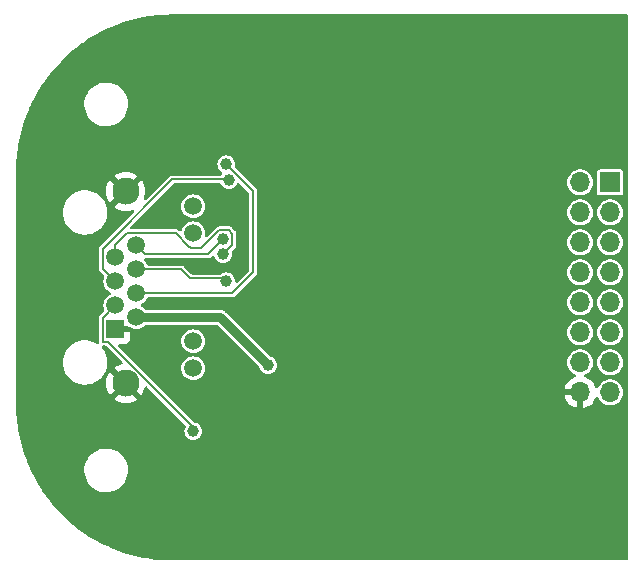
<source format=gbr>
G04 #@! TF.GenerationSoftware,KiCad,Pcbnew,7.0.2-6a45011f42~172~ubuntu22.04.1*
G04 #@! TF.CreationDate,2023-06-19T14:24:24-04:00*
G04 #@! TF.ProjectId,differential_encoder_encoder,64696666-6572-4656-9e74-69616c5f656e,rev?*
G04 #@! TF.SameCoordinates,Original*
G04 #@! TF.FileFunction,Copper,L2,Bot*
G04 #@! TF.FilePolarity,Positive*
%FSLAX46Y46*%
G04 Gerber Fmt 4.6, Leading zero omitted, Abs format (unit mm)*
G04 Created by KiCad (PCBNEW 7.0.2-6a45011f42~172~ubuntu22.04.1) date 2023-06-19 14:24:24*
%MOMM*%
%LPD*%
G01*
G04 APERTURE LIST*
G04 #@! TA.AperFunction,ComponentPad*
%ADD10R,1.500000X1.500000*%
G04 #@! TD*
G04 #@! TA.AperFunction,ComponentPad*
%ADD11C,1.500000*%
G04 #@! TD*
G04 #@! TA.AperFunction,ComponentPad*
%ADD12C,2.300000*%
G04 #@! TD*
G04 #@! TA.AperFunction,ComponentPad*
%ADD13R,1.700000X1.700000*%
G04 #@! TD*
G04 #@! TA.AperFunction,ComponentPad*
%ADD14O,1.700000X1.700000*%
G04 #@! TD*
G04 #@! TA.AperFunction,ViaPad*
%ADD15C,1.000000*%
G04 #@! TD*
G04 #@! TA.AperFunction,Conductor*
%ADD16C,0.762000*%
G04 #@! TD*
G04 #@! TA.AperFunction,Conductor*
%ADD17C,0.152000*%
G04 #@! TD*
G04 APERTURE END LIST*
D10*
G04 #@! TO.P,J101,1*
G04 #@! TO.N,GND*
X150112000Y-69342000D03*
D11*
G04 #@! TO.P,J101,2*
G04 #@! TO.N,+5V*
X151892000Y-68326000D03*
G04 #@! TO.P,J101,3*
G04 #@! TO.N,i+*
X150112000Y-67310000D03*
G04 #@! TO.P,J101,4*
G04 #@! TO.N,b+*
X151892000Y-66294000D03*
G04 #@! TO.P,J101,5*
G04 #@! TO.N,b-*
X150112000Y-65278000D03*
G04 #@! TO.P,J101,6*
G04 #@! TO.N,i-*
X151892000Y-64262000D03*
G04 #@! TO.P,J101,7*
G04 #@! TO.N,a+*
X150112000Y-63246000D03*
G04 #@! TO.P,J101,8*
G04 #@! TO.N,a-*
X151892000Y-62230000D03*
G04 #@! TO.P,J101,9*
G04 #@! TO.N,I*
X156712000Y-72642000D03*
G04 #@! TO.P,J101,10*
G04 #@! TO.N,Net-(J101-Pad10)*
X156712000Y-70352000D03*
G04 #@! TO.P,J101,11*
G04 #@! TO.N,A*
X156712000Y-61212000D03*
G04 #@! TO.P,J101,12*
G04 #@! TO.N,Net-(J101-Pad12)*
X156712000Y-58922000D03*
D12*
G04 #@! TO.P,J101,SH*
G04 #@! TO.N,GND*
X151002000Y-73912000D03*
X151002000Y-57652000D03*
G04 #@! TD*
D13*
G04 #@! TO.P,J102,1,Pin_1*
G04 #@! TO.N,B*
X192024000Y-56896000D03*
D14*
G04 #@! TO.P,J102,2,Pin_2*
G04 #@! TO.N,+5V*
X189484000Y-56896000D03*
G04 #@! TO.P,J102,3,Pin_3*
G04 #@! TO.N,A*
X192024000Y-59436000D03*
G04 #@! TO.P,J102,4,Pin_4*
G04 #@! TO.N,unconnected-(J102-Pin_4-Pad4)*
X189484000Y-59436000D03*
G04 #@! TO.P,J102,5,Pin_5*
G04 #@! TO.N,I*
X192024000Y-61976000D03*
G04 #@! TO.P,J102,6,Pin_6*
G04 #@! TO.N,unconnected-(J102-Pin_6-Pad6)*
X189484000Y-61976000D03*
G04 #@! TO.P,J102,7,Pin_7*
G04 #@! TO.N,test*
X192024000Y-64516000D03*
G04 #@! TO.P,J102,8,Pin_8*
G04 #@! TO.N,csn*
X189484000Y-64516000D03*
G04 #@! TO.P,J102,9,Pin_9*
G04 #@! TO.N,unconnected-(J102-Pin_9-Pad9)*
X192024000Y-67056000D03*
G04 #@! TO.P,J102,10,Pin_10*
G04 #@! TO.N,clk*
X189484000Y-67056000D03*
G04 #@! TO.P,J102,11,Pin_11*
G04 #@! TO.N,W*
X192024000Y-69596000D03*
G04 #@! TO.P,J102,12,Pin_12*
G04 #@! TO.N,mosi*
X189484000Y-69596000D03*
G04 #@! TO.P,J102,13,Pin_13*
G04 #@! TO.N,v*
X192024000Y-72136000D03*
G04 #@! TO.P,J102,14,Pin_14*
G04 #@! TO.N,miso*
X189484000Y-72136000D03*
G04 #@! TO.P,J102,15,Pin_15*
G04 #@! TO.N,u*
X192024000Y-74676000D03*
G04 #@! TO.P,J102,16,Pin_16*
G04 #@! TO.N,GND*
X189484000Y-74676000D03*
G04 #@! TD*
D15*
G04 #@! TO.N,+5V*
X163068000Y-72390000D03*
G04 #@! TO.N,GND*
X171196000Y-56642000D03*
X158877000Y-76708000D03*
X167386000Y-75946000D03*
X189484000Y-77978000D03*
X162941000Y-64897000D03*
X152527000Y-70739000D03*
X165862000Y-61722000D03*
X170942000Y-71628000D03*
X167894000Y-46482000D03*
X171196000Y-86360000D03*
X160909000Y-63373000D03*
X152781000Y-60325000D03*
G04 #@! TO.N,i+*
X156718000Y-77978000D03*
G04 #@! TO.N,b+*
X159512000Y-55372000D03*
G04 #@! TO.N,b-*
X159726389Y-56683113D03*
G04 #@! TO.N,i-*
X159512000Y-65278000D03*
G04 #@! TO.N,a+*
X159258000Y-62992000D03*
G04 #@! TO.N,a-*
X159258000Y-61722000D03*
G04 #@! TD*
D16*
G04 #@! TO.N,+5V*
X159004000Y-68326000D02*
X163068000Y-72390000D01*
X151892000Y-68326000D02*
X159004000Y-68326000D01*
D17*
G04 #@! TO.N,i+*
X156718000Y-77611331D02*
X156718000Y-77978000D01*
X149086000Y-68336000D02*
X149086000Y-70368000D01*
X149474668Y-70368000D02*
X156718000Y-77611331D01*
X149086000Y-70368000D02*
X149474668Y-70368000D01*
X150112000Y-67310000D02*
X149086000Y-68336000D01*
G04 #@! TO.N,b+*
X161798000Y-57658000D02*
X160020000Y-55880000D01*
X160020000Y-66294000D02*
X161798000Y-64516000D01*
X160020000Y-55880000D02*
X159512000Y-55372000D01*
X151892000Y-66294000D02*
X160020000Y-66294000D01*
X160020000Y-55880000D02*
X159766000Y-55626000D01*
X161798000Y-64516000D02*
X161798000Y-57658000D01*
G04 #@! TO.N,b-*
X149086000Y-62496000D02*
X154940000Y-56642000D01*
X159685276Y-56642000D02*
X159726389Y-56683113D01*
X149086000Y-64252000D02*
X149086000Y-62496000D01*
X154940000Y-56642000D02*
X158496000Y-56642000D01*
X150112000Y-65278000D02*
X149086000Y-64252000D01*
X158496000Y-56642000D02*
X159685276Y-56642000D01*
X158496000Y-56642000D02*
X159766000Y-56642000D01*
G04 #@! TO.N,i-*
X156464000Y-65024000D02*
X159258000Y-65024000D01*
X159258000Y-65024000D02*
X159512000Y-65278000D01*
X155702000Y-64262000D02*
X156464000Y-65024000D01*
X151892000Y-64262000D02*
X155702000Y-64262000D01*
G04 #@! TO.N,a+*
X160034000Y-61228000D02*
X160034000Y-62216000D01*
X157398570Y-62484000D02*
X158936570Y-60946000D01*
X155253016Y-61204000D02*
X156287016Y-62238000D01*
X156287016Y-62238000D02*
X156533016Y-62484000D01*
X159752000Y-60946000D02*
X160034000Y-61228000D01*
X150112000Y-62185340D02*
X151093340Y-61204000D01*
X150112000Y-63246000D02*
X150112000Y-62185340D01*
X160034000Y-62216000D02*
X159258000Y-62992000D01*
X158936570Y-60946000D02*
X159752000Y-60946000D01*
X151093340Y-61204000D02*
X155253016Y-61204000D01*
X156533016Y-62484000D02*
X157398570Y-62484000D01*
G04 #@! TO.N,a-*
X151892000Y-62230000D02*
X152642000Y-62980000D01*
X151892000Y-62230000D02*
X152400000Y-62738000D01*
X152642000Y-62980000D02*
X158000000Y-62980000D01*
X158000000Y-62980000D02*
X159258000Y-61722000D01*
G04 #@! TD*
G04 #@! TA.AperFunction,Conductor*
G04 #@! TO.N,GND*
G36*
X160590726Y-56926271D02*
G01*
X160621215Y-56948613D01*
X161431182Y-57758580D01*
X161464666Y-57819901D01*
X161467500Y-57846259D01*
X161467500Y-64327739D01*
X161447815Y-64394778D01*
X161431181Y-64415420D01*
X160483454Y-65363146D01*
X160422131Y-65396631D01*
X160352439Y-65391647D01*
X160296506Y-65349775D01*
X160272553Y-65289349D01*
X160252237Y-65109048D01*
X160252237Y-65109046D01*
X160196082Y-64948563D01*
X160105624Y-64804600D01*
X160105623Y-64804599D01*
X160105622Y-64804597D01*
X159985402Y-64684377D01*
X159841437Y-64593918D01*
X159808412Y-64582362D01*
X159680954Y-64537763D01*
X159680953Y-64537762D01*
X159680951Y-64537762D01*
X159512000Y-64518725D01*
X159343048Y-64537762D01*
X159182562Y-64593918D01*
X159054327Y-64674494D01*
X158988355Y-64693500D01*
X156652260Y-64693500D01*
X156585221Y-64673815D01*
X156564579Y-64657181D01*
X155949724Y-64042326D01*
X155942415Y-64034350D01*
X155917718Y-64004917D01*
X155884435Y-63985701D01*
X155875313Y-63979889D01*
X155843061Y-63957306D01*
X155817710Y-63946805D01*
X155816781Y-63946641D01*
X155778932Y-63939967D01*
X155768373Y-63937626D01*
X155731248Y-63927678D01*
X155692973Y-63931028D01*
X155682164Y-63931500D01*
X152928656Y-63931500D01*
X152861617Y-63911815D01*
X152819298Y-63865953D01*
X152767323Y-63768715D01*
X152731252Y-63701230D01*
X152605725Y-63548275D01*
X152583884Y-63530351D01*
X152544552Y-63472608D01*
X152542681Y-63402763D01*
X152578868Y-63342995D01*
X152641624Y-63312279D01*
X152662551Y-63310500D01*
X157980164Y-63310500D01*
X157990972Y-63310972D01*
X157993210Y-63311167D01*
X158029249Y-63314321D01*
X158066381Y-63304370D01*
X158076928Y-63302033D01*
X158086926Y-63300269D01*
X158114781Y-63295359D01*
X158114782Y-63295358D01*
X158115708Y-63295195D01*
X158141057Y-63284695D01*
X158141827Y-63284155D01*
X158141830Y-63284155D01*
X158173327Y-63262099D01*
X158182418Y-63256307D01*
X158215718Y-63237083D01*
X158240427Y-63207634D01*
X158247714Y-63199682D01*
X158318260Y-63129136D01*
X158379581Y-63095653D01*
X158449273Y-63100637D01*
X158505206Y-63142509D01*
X158522979Y-63175862D01*
X158547522Y-63246000D01*
X158573918Y-63321437D01*
X158664377Y-63465402D01*
X158784597Y-63585622D01*
X158784599Y-63585623D01*
X158784600Y-63585624D01*
X158928563Y-63676082D01*
X159089046Y-63732237D01*
X159258000Y-63751274D01*
X159426954Y-63732237D01*
X159587437Y-63676082D01*
X159731400Y-63585624D01*
X159851624Y-63465400D01*
X159942082Y-63321437D01*
X159998237Y-63160954D01*
X160017274Y-62992000D01*
X159998237Y-62823046D01*
X159997041Y-62819630D01*
X159993479Y-62749853D01*
X160026400Y-62690996D01*
X160253682Y-62463714D01*
X160261634Y-62456427D01*
X160291083Y-62431718D01*
X160310307Y-62398418D01*
X160316099Y-62389327D01*
X160338155Y-62357830D01*
X160338155Y-62357827D01*
X160338695Y-62357057D01*
X160349195Y-62331708D01*
X160349358Y-62330782D01*
X160349359Y-62330781D01*
X160356033Y-62292928D01*
X160358370Y-62282381D01*
X160368321Y-62245249D01*
X160364972Y-62206969D01*
X160364500Y-62196161D01*
X160364500Y-61247833D01*
X160364972Y-61237024D01*
X160368321Y-61198749D01*
X160358372Y-61161621D01*
X160356036Y-61151087D01*
X160349359Y-61113219D01*
X160349356Y-61113214D01*
X160349193Y-61112287D01*
X160338696Y-61086944D01*
X160338155Y-61086172D01*
X160338155Y-61086170D01*
X160316107Y-61054683D01*
X160310296Y-61045560D01*
X160291083Y-61012281D01*
X160261648Y-60987583D01*
X160253673Y-60980275D01*
X159999724Y-60726326D01*
X159992415Y-60718350D01*
X159967718Y-60688917D01*
X159934435Y-60669701D01*
X159925313Y-60663889D01*
X159893061Y-60641306D01*
X159867710Y-60630805D01*
X159866781Y-60630641D01*
X159828932Y-60623967D01*
X159818373Y-60621626D01*
X159781248Y-60611678D01*
X159742973Y-60615028D01*
X159732164Y-60615500D01*
X158956396Y-60615500D01*
X158945589Y-60615028D01*
X158942365Y-60614746D01*
X158907318Y-60611679D01*
X158870206Y-60621623D01*
X158859650Y-60623964D01*
X158820868Y-60630803D01*
X158795505Y-60641308D01*
X158763258Y-60663888D01*
X158754136Y-60669699D01*
X158720851Y-60688916D01*
X158696148Y-60718356D01*
X158688841Y-60726330D01*
X157913773Y-61501398D01*
X157852450Y-61534883D01*
X157782758Y-61529899D01*
X157726825Y-61488027D01*
X157702408Y-61422563D01*
X157702689Y-61401563D01*
X157721360Y-61212000D01*
X157701965Y-61015084D01*
X157644527Y-60825735D01*
X157551252Y-60651230D01*
X157425725Y-60498275D01*
X157272770Y-60372748D01*
X157272769Y-60372747D01*
X157098267Y-60279474D01*
X157098266Y-60279473D01*
X157098265Y-60279473D01*
X157003590Y-60250753D01*
X156908914Y-60222034D01*
X156712000Y-60202640D01*
X156515085Y-60222034D01*
X156325732Y-60279474D01*
X156151230Y-60372747D01*
X155998275Y-60498275D01*
X155872747Y-60651230D01*
X155779472Y-60825735D01*
X155737742Y-60963302D01*
X155699445Y-61021740D01*
X155635632Y-61050197D01*
X155566566Y-61039636D01*
X155531401Y-61014987D01*
X155500740Y-60984326D01*
X155493431Y-60976350D01*
X155468734Y-60946917D01*
X155435451Y-60927701D01*
X155426329Y-60921889D01*
X155394077Y-60899306D01*
X155368726Y-60888805D01*
X155367797Y-60888641D01*
X155329948Y-60881967D01*
X155319389Y-60879626D01*
X155282264Y-60869678D01*
X155243989Y-60873028D01*
X155233180Y-60873500D01*
X151475260Y-60873500D01*
X151408221Y-60853815D01*
X151362466Y-60801011D01*
X151352522Y-60731853D01*
X151381547Y-60668297D01*
X151387579Y-60661819D01*
X153127399Y-58921999D01*
X155702640Y-58921999D01*
X155722034Y-59118914D01*
X155744201Y-59191987D01*
X155754547Y-59226096D01*
X155779474Y-59308267D01*
X155808900Y-59363320D01*
X155872748Y-59482770D01*
X155998275Y-59635725D01*
X156151230Y-59761252D01*
X156325735Y-59854527D01*
X156515084Y-59911965D01*
X156712000Y-59931360D01*
X156908916Y-59911965D01*
X157098265Y-59854527D01*
X157272770Y-59761252D01*
X157425725Y-59635725D01*
X157551252Y-59482770D01*
X157644527Y-59308265D01*
X157701965Y-59118916D01*
X157721360Y-58922000D01*
X157701965Y-58725084D01*
X157644527Y-58535735D01*
X157551252Y-58361230D01*
X157425725Y-58208275D01*
X157272770Y-58082748D01*
X157272769Y-58082747D01*
X157098267Y-57989474D01*
X157098266Y-57989473D01*
X157098265Y-57989473D01*
X157003590Y-57960753D01*
X156908914Y-57932034D01*
X156712000Y-57912640D01*
X156515085Y-57932034D01*
X156325732Y-57989474D01*
X156151230Y-58082747D01*
X155998275Y-58208275D01*
X155872747Y-58361230D01*
X155779474Y-58535732D01*
X155722034Y-58725085D01*
X155702640Y-58921999D01*
X153127399Y-58921999D01*
X155040579Y-57008819D01*
X155101902Y-56975334D01*
X155128260Y-56972500D01*
X158467088Y-56972500D01*
X158948610Y-56972500D01*
X159015649Y-56992185D01*
X159053604Y-57030529D01*
X159132764Y-57156513D01*
X159252986Y-57276735D01*
X159252988Y-57276736D01*
X159252989Y-57276737D01*
X159396952Y-57367195D01*
X159557435Y-57423350D01*
X159670071Y-57436041D01*
X159726388Y-57442387D01*
X159726388Y-57442386D01*
X159726389Y-57442387D01*
X159895343Y-57423350D01*
X160055826Y-57367195D01*
X160199789Y-57276737D01*
X160320013Y-57156513D01*
X160410471Y-57012550D01*
X160416492Y-56995341D01*
X160457212Y-56938565D01*
X160522164Y-56912816D01*
X160590726Y-56926271D01*
G37*
G04 #@! TD.AperFunction*
G04 #@! TA.AperFunction,Conductor*
G36*
X193490539Y-42692185D02*
G01*
X193536294Y-42744989D01*
X193547500Y-42796500D01*
X193547500Y-88775500D01*
X193527815Y-88842539D01*
X193475011Y-88888294D01*
X193423500Y-88899500D01*
X154941642Y-88899500D01*
X154938396Y-88899458D01*
X154387177Y-88885024D01*
X154249532Y-88881295D01*
X154243161Y-88880958D01*
X153819323Y-88847601D01*
X153548403Y-88825540D01*
X153542282Y-88824888D01*
X153147089Y-88772861D01*
X152851268Y-88732556D01*
X152845412Y-88731615D01*
X152464526Y-88661022D01*
X152160086Y-88602605D01*
X152154507Y-88601401D01*
X151783851Y-88512414D01*
X151476801Y-88436053D01*
X151471511Y-88434613D01*
X151109708Y-88327443D01*
X150803402Y-88233392D01*
X150798409Y-88231743D01*
X150445044Y-88106610D01*
X150141761Y-87995190D01*
X150137072Y-87993358D01*
X149792398Y-87850589D01*
X149493739Y-87722115D01*
X149489360Y-87720130D01*
X149153852Y-87560101D01*
X148861174Y-87414946D01*
X148857139Y-87412851D01*
X148531247Y-87235906D01*
X148245970Y-87074617D01*
X148242214Y-87072405D01*
X147926566Y-86878976D01*
X147822354Y-86812365D01*
X147649715Y-86702016D01*
X147646289Y-86699745D01*
X147572401Y-86648963D01*
X147342580Y-86491011D01*
X147340533Y-86489573D01*
X147251160Y-86425376D01*
X147074200Y-86298265D01*
X147071055Y-86295930D01*
X146779028Y-86071850D01*
X146776827Y-86070121D01*
X146690521Y-86000746D01*
X146520982Y-85864467D01*
X146518200Y-85862162D01*
X146370691Y-85736178D01*
X146238467Y-85623247D01*
X146236193Y-85621257D01*
X145991702Y-85401914D01*
X145989152Y-85399561D01*
X145722423Y-85146446D01*
X145720098Y-85144180D01*
X145487818Y-84911900D01*
X145485552Y-84909575D01*
X145232437Y-84642846D01*
X145230084Y-84640296D01*
X145010741Y-84395805D01*
X145008751Y-84393531D01*
X144939671Y-84312650D01*
X144769825Y-84113785D01*
X144767543Y-84111031D01*
X144561876Y-83855170D01*
X144560148Y-83852970D01*
X144336068Y-83560943D01*
X144333733Y-83557798D01*
X144281292Y-83484791D01*
X144142399Y-83291427D01*
X144141013Y-83289456D01*
X143932249Y-82985703D01*
X143929968Y-82982261D01*
X143915747Y-82960013D01*
X143753035Y-82705453D01*
X143559593Y-82389783D01*
X143557382Y-82386028D01*
X143510904Y-82303822D01*
X143396097Y-82100759D01*
X143219133Y-81774831D01*
X143217052Y-81770824D01*
X143071905Y-81478163D01*
X143009708Y-81347764D01*
X147497787Y-81347764D01*
X147527413Y-81617016D01*
X147595928Y-81879087D01*
X147701871Y-82128392D01*
X147842982Y-82359611D01*
X147932253Y-82466881D01*
X148016255Y-82567820D01*
X148217998Y-82748582D01*
X148443910Y-82898044D01*
X148550211Y-82947876D01*
X148689177Y-83013021D01*
X148948562Y-83091058D01*
X148948569Y-83091060D01*
X149216561Y-83130500D01*
X149216564Y-83130500D01*
X149417369Y-83130500D01*
X149419631Y-83130500D01*
X149622156Y-83115677D01*
X149886553Y-83056780D01*
X150139558Y-82960014D01*
X150375777Y-82827441D01*
X150590177Y-82661888D01*
X150778186Y-82466881D01*
X150935799Y-82246579D01*
X151059656Y-82005675D01*
X151147118Y-81749305D01*
X151196319Y-81482933D01*
X151206212Y-81212235D01*
X151176586Y-80942982D01*
X151108072Y-80680912D01*
X151002130Y-80431610D01*
X150861018Y-80200390D01*
X150861017Y-80200388D01*
X150687746Y-79992181D01*
X150582759Y-79898112D01*
X150486002Y-79811418D01*
X150260090Y-79661956D01*
X150260086Y-79661954D01*
X150014822Y-79546978D01*
X149755437Y-79468941D01*
X149755431Y-79468940D01*
X149487439Y-79429500D01*
X149284369Y-79429500D01*
X149282120Y-79429664D01*
X149282109Y-79429665D01*
X149081843Y-79444322D01*
X148817449Y-79503219D01*
X148564441Y-79599986D01*
X148328223Y-79732559D01*
X148113825Y-79898109D01*
X147925813Y-80093120D01*
X147768201Y-80313420D01*
X147644342Y-80554329D01*
X147556881Y-80810695D01*
X147507680Y-81077066D01*
X147497787Y-81347764D01*
X143009708Y-81347764D01*
X142911853Y-81142605D01*
X142909894Y-81138284D01*
X142781410Y-80839601D01*
X142743636Y-80748407D01*
X142638620Y-80494876D01*
X142636831Y-80490296D01*
X142525380Y-80186930D01*
X142492160Y-80093120D01*
X142400256Y-79833590D01*
X142398615Y-79828625D01*
X142304576Y-79522359D01*
X142197384Y-79160483D01*
X142195951Y-79155224D01*
X142119605Y-78848231D01*
X142030594Y-78477475D01*
X142029399Y-78471938D01*
X141970980Y-78167487D01*
X141900375Y-77786540D01*
X141899450Y-77780783D01*
X141859161Y-77485078D01*
X141807106Y-77089686D01*
X141806461Y-77083627D01*
X141784416Y-76812906D01*
X141751036Y-76388778D01*
X141750706Y-76382524D01*
X141746977Y-76244892D01*
X141732541Y-75693603D01*
X141732500Y-75690358D01*
X141732500Y-72200678D01*
X145692737Y-72200678D01*
X145722763Y-72473569D01*
X145745085Y-72558951D01*
X145792204Y-72739182D01*
X145874293Y-72932354D01*
X145899577Y-72991852D01*
X146042025Y-73225263D01*
X146042595Y-73226196D01*
X146218209Y-73437218D01*
X146422677Y-73620423D01*
X146651641Y-73771904D01*
X146900221Y-73888433D01*
X147163119Y-73967527D01*
X147434731Y-74007500D01*
X147434734Y-74007500D01*
X147638285Y-74007500D01*
X147640547Y-74007500D01*
X147845805Y-73992477D01*
X148113775Y-73932784D01*
X148370198Y-73834711D01*
X148609609Y-73700347D01*
X148826904Y-73532557D01*
X149017454Y-73334916D01*
X149177196Y-73111637D01*
X149302727Y-72867479D01*
X149391370Y-72607646D01*
X149400365Y-72558951D01*
X149441236Y-72337674D01*
X149451262Y-72063321D01*
X149450959Y-72060562D01*
X149421236Y-71790429D01*
X149351796Y-71524818D01*
X149244423Y-71272148D01*
X149101405Y-71037804D01*
X148988237Y-70901819D01*
X148960485Y-70837698D01*
X148971804Y-70768752D01*
X149018602Y-70716870D01*
X149083550Y-70698500D01*
X149286408Y-70698500D01*
X149353447Y-70718185D01*
X149374089Y-70734819D01*
X150726397Y-72087127D01*
X150759882Y-72148450D01*
X150754898Y-72218142D01*
X150713026Y-72274075D01*
X150667663Y-72295382D01*
X150490544Y-72337903D01*
X150250597Y-72437294D01*
X150029156Y-72572992D01*
X150022354Y-72578801D01*
X150649770Y-73206217D01*
X150509464Y-73294379D01*
X150384379Y-73419464D01*
X150296217Y-73559770D01*
X149668801Y-72932354D01*
X149662992Y-72939156D01*
X149527294Y-73160597D01*
X149427903Y-73400544D01*
X149367275Y-73653083D01*
X149346898Y-73911999D01*
X149367275Y-74170916D01*
X149427903Y-74423455D01*
X149527294Y-74663402D01*
X149662993Y-74884843D01*
X149668801Y-74891644D01*
X150296217Y-74264228D01*
X150384379Y-74404536D01*
X150509464Y-74529621D01*
X150649770Y-74617782D01*
X150022354Y-75245198D01*
X150029155Y-75251006D01*
X150250597Y-75386705D01*
X150490544Y-75486096D01*
X150743083Y-75546724D01*
X151002000Y-75567101D01*
X151260916Y-75546724D01*
X151513455Y-75486096D01*
X151753397Y-75386707D01*
X151974849Y-75251003D01*
X151981645Y-75245198D01*
X151354229Y-74617782D01*
X151494536Y-74529621D01*
X151619621Y-74404536D01*
X151707782Y-74264229D01*
X152335198Y-74891645D01*
X152341003Y-74884849D01*
X152476707Y-74663397D01*
X152576096Y-74423454D01*
X152618617Y-74246337D01*
X152653407Y-74185745D01*
X152715433Y-74153580D01*
X152785002Y-74160056D01*
X152826872Y-74187602D01*
X156061975Y-77422704D01*
X156095460Y-77484027D01*
X156090476Y-77553719D01*
X156079288Y-77576357D01*
X156033918Y-77648562D01*
X155977762Y-77809048D01*
X155958725Y-77977999D01*
X155977762Y-78146951D01*
X156033918Y-78307437D01*
X156124377Y-78451402D01*
X156244597Y-78571622D01*
X156244599Y-78571623D01*
X156244600Y-78571624D01*
X156388563Y-78662082D01*
X156549046Y-78718237D01*
X156718000Y-78737274D01*
X156886954Y-78718237D01*
X157047437Y-78662082D01*
X157191400Y-78571624D01*
X157311624Y-78451400D01*
X157402082Y-78307437D01*
X157458237Y-78146954D01*
X157477274Y-77978000D01*
X157458237Y-77809046D01*
X157402082Y-77648563D01*
X157311624Y-77504600D01*
X157311623Y-77504599D01*
X157311622Y-77504597D01*
X157191402Y-77384377D01*
X157047437Y-77293918D01*
X156886951Y-77237762D01*
X156845405Y-77233081D01*
X156780992Y-77206014D01*
X156771609Y-77197542D01*
X154500067Y-74926000D01*
X188153364Y-74926000D01*
X188210569Y-75139492D01*
X188310399Y-75353576D01*
X188445893Y-75547081D01*
X188612918Y-75714106D01*
X188806423Y-75849600D01*
X189020509Y-75949430D01*
X189234000Y-76006634D01*
X189234000Y-75111501D01*
X189341685Y-75160680D01*
X189448237Y-75176000D01*
X189519763Y-75176000D01*
X189626315Y-75160680D01*
X189734000Y-75111501D01*
X189734000Y-76006633D01*
X189947490Y-75949430D01*
X190161576Y-75849600D01*
X190355081Y-75714106D01*
X190522106Y-75547081D01*
X190657600Y-75353576D01*
X190757431Y-75139490D01*
X190764844Y-75111825D01*
X190801208Y-75052164D01*
X190864055Y-75021634D01*
X190933430Y-75029928D01*
X190987309Y-75074413D01*
X190995619Y-75088645D01*
X191080911Y-75259934D01*
X191204268Y-75423286D01*
X191355535Y-75561184D01*
X191355537Y-75561185D01*
X191355538Y-75561186D01*
X191529573Y-75668944D01*
X191720444Y-75742888D01*
X191921653Y-75780500D01*
X191921655Y-75780500D01*
X192126345Y-75780500D01*
X192126347Y-75780500D01*
X192327556Y-75742888D01*
X192518427Y-75668944D01*
X192692462Y-75561186D01*
X192843732Y-75423285D01*
X192967088Y-75259935D01*
X193058328Y-75076701D01*
X193058979Y-75074413D01*
X193114345Y-74879823D01*
X193126570Y-74747889D01*
X193133232Y-74676000D01*
X193114345Y-74472179D01*
X193114345Y-74472176D01*
X193058329Y-74275300D01*
X192967088Y-74092065D01*
X192843731Y-73928713D01*
X192692464Y-73790815D01*
X192518427Y-73683056D01*
X192436610Y-73651360D01*
X192327556Y-73609112D01*
X192126347Y-73571500D01*
X191921653Y-73571500D01*
X191720443Y-73609111D01*
X191720444Y-73609112D01*
X191529572Y-73683056D01*
X191355535Y-73790815D01*
X191204268Y-73928713D01*
X191080911Y-74092065D01*
X190995619Y-74263354D01*
X190948116Y-74314591D01*
X190880453Y-74332012D01*
X190814113Y-74310086D01*
X190770158Y-74255775D01*
X190764844Y-74240175D01*
X190757430Y-74212508D01*
X190657599Y-73998421D01*
X190522109Y-73804921D01*
X190355081Y-73637893D01*
X190161576Y-73502399D01*
X189947488Y-73402567D01*
X189914959Y-73393851D01*
X189855299Y-73357486D01*
X189824771Y-73294639D01*
X189833066Y-73225263D01*
X189877552Y-73171386D01*
X189902254Y-73158453D01*
X189978427Y-73128944D01*
X190152462Y-73021186D01*
X190303732Y-72883285D01*
X190427088Y-72719935D01*
X190518328Y-72536701D01*
X190544395Y-72445085D01*
X190574345Y-72339823D01*
X190580437Y-72274075D01*
X190593232Y-72136000D01*
X190914768Y-72136000D01*
X190933654Y-72339823D01*
X190989670Y-72536699D01*
X191080911Y-72719934D01*
X191204268Y-72883286D01*
X191355535Y-73021184D01*
X191355537Y-73021185D01*
X191355538Y-73021186D01*
X191529573Y-73128944D01*
X191720444Y-73202888D01*
X191921653Y-73240500D01*
X191921655Y-73240500D01*
X192126345Y-73240500D01*
X192126347Y-73240500D01*
X192327556Y-73202888D01*
X192518427Y-73128944D01*
X192692462Y-73021186D01*
X192843732Y-72883285D01*
X192967088Y-72719935D01*
X193058328Y-72536701D01*
X193084395Y-72445085D01*
X193114345Y-72339823D01*
X193120437Y-72274075D01*
X193133232Y-72136000D01*
X193114345Y-71932179D01*
X193114345Y-71932176D01*
X193058329Y-71735300D01*
X192967088Y-71552065D01*
X192843731Y-71388713D01*
X192692464Y-71250815D01*
X192518427Y-71143056D01*
X192518426Y-71143056D01*
X192327556Y-71069112D01*
X192126347Y-71031500D01*
X191921653Y-71031500D01*
X191738563Y-71065725D01*
X191720444Y-71069112D01*
X191529572Y-71143056D01*
X191355535Y-71250815D01*
X191204268Y-71388713D01*
X191080911Y-71552065D01*
X190989670Y-71735300D01*
X190933654Y-71932176D01*
X190914768Y-72136000D01*
X190593232Y-72136000D01*
X190574345Y-71932179D01*
X190574345Y-71932176D01*
X190518329Y-71735300D01*
X190427088Y-71552065D01*
X190303731Y-71388713D01*
X190152464Y-71250815D01*
X189978427Y-71143056D01*
X189978426Y-71143056D01*
X189787556Y-71069112D01*
X189586347Y-71031500D01*
X189381653Y-71031500D01*
X189198563Y-71065725D01*
X189180444Y-71069112D01*
X188989572Y-71143056D01*
X188815535Y-71250815D01*
X188664268Y-71388713D01*
X188540911Y-71552065D01*
X188449670Y-71735300D01*
X188393654Y-71932176D01*
X188374768Y-72136000D01*
X188393654Y-72339823D01*
X188449670Y-72536699D01*
X188540911Y-72719934D01*
X188664268Y-72883286D01*
X188815535Y-73021184D01*
X188815537Y-73021185D01*
X188815538Y-73021186D01*
X188989573Y-73128944D01*
X189065739Y-73158451D01*
X189121140Y-73201023D01*
X189144731Y-73266789D01*
X189129020Y-73334870D01*
X189078996Y-73383649D01*
X189053041Y-73393851D01*
X189020510Y-73402568D01*
X188806421Y-73502400D01*
X188612921Y-73637890D01*
X188445890Y-73804921D01*
X188310400Y-73998421D01*
X188210569Y-74212507D01*
X188153364Y-74425999D01*
X188153364Y-74426000D01*
X189050314Y-74426000D01*
X189024507Y-74466156D01*
X188984000Y-74604111D01*
X188984000Y-74747889D01*
X189024507Y-74885844D01*
X189050314Y-74926000D01*
X188153364Y-74926000D01*
X154500067Y-74926000D01*
X153581401Y-74007334D01*
X152216067Y-72642000D01*
X155702640Y-72642000D01*
X155722034Y-72838914D01*
X155730699Y-72867478D01*
X155768427Y-72991852D01*
X155779474Y-73028267D01*
X155871408Y-73200264D01*
X155872748Y-73202770D01*
X155998275Y-73355725D01*
X156151230Y-73481252D01*
X156325735Y-73574527D01*
X156515084Y-73631965D01*
X156712000Y-73651360D01*
X156908916Y-73631965D01*
X157098265Y-73574527D01*
X157272770Y-73481252D01*
X157425725Y-73355725D01*
X157551252Y-73202770D01*
X157644527Y-73028265D01*
X157701965Y-72838916D01*
X157721360Y-72642000D01*
X157701965Y-72445084D01*
X157644527Y-72255735D01*
X157551252Y-72081230D01*
X157425725Y-71928275D01*
X157272770Y-71802748D01*
X157272769Y-71802747D01*
X157098267Y-71709474D01*
X157098266Y-71709473D01*
X157098265Y-71709473D01*
X157003590Y-71680753D01*
X156908914Y-71652034D01*
X156712000Y-71632640D01*
X156515085Y-71652034D01*
X156325732Y-71709474D01*
X156151230Y-71802747D01*
X155998275Y-71928275D01*
X155872747Y-72081230D01*
X155779474Y-72255732D01*
X155722034Y-72445085D01*
X155702640Y-72642000D01*
X152216067Y-72642000D01*
X150377746Y-70803680D01*
X150344262Y-70742358D01*
X150349246Y-70672666D01*
X150391118Y-70616733D01*
X150456582Y-70592316D01*
X150465428Y-70592000D01*
X150906518Y-70592000D01*
X150913132Y-70591645D01*
X150969371Y-70585599D01*
X151104089Y-70535352D01*
X151219188Y-70449188D01*
X151291944Y-70352000D01*
X155702640Y-70352000D01*
X155722034Y-70548914D01*
X155735104Y-70592000D01*
X155756607Y-70662887D01*
X155779474Y-70738267D01*
X155872747Y-70912769D01*
X155895256Y-70940196D01*
X155998275Y-71065725D01*
X156151230Y-71191252D01*
X156325735Y-71284527D01*
X156515084Y-71341965D01*
X156712000Y-71361360D01*
X156908916Y-71341965D01*
X157098265Y-71284527D01*
X157272770Y-71191252D01*
X157425725Y-71065725D01*
X157551252Y-70912770D01*
X157644527Y-70738265D01*
X157701965Y-70548916D01*
X157721360Y-70352000D01*
X157701965Y-70155084D01*
X157644527Y-69965735D01*
X157551252Y-69791230D01*
X157425725Y-69638275D01*
X157272770Y-69512748D01*
X157272769Y-69512747D01*
X157098267Y-69419474D01*
X157098266Y-69419473D01*
X157098265Y-69419473D01*
X157003590Y-69390753D01*
X156908914Y-69362034D01*
X156712000Y-69342640D01*
X156515085Y-69362034D01*
X156325732Y-69419474D01*
X156151230Y-69512747D01*
X155998275Y-69638275D01*
X155872747Y-69791230D01*
X155779474Y-69965732D01*
X155722034Y-70155085D01*
X155702640Y-70352000D01*
X151291944Y-70352000D01*
X151305352Y-70334089D01*
X151355599Y-70199371D01*
X151361645Y-70143132D01*
X151362000Y-70136518D01*
X151362000Y-69592000D01*
X150481503Y-69592000D01*
X150530917Y-69506413D01*
X150560768Y-69375630D01*
X150550743Y-69241860D01*
X150501734Y-69116987D01*
X150481807Y-69092000D01*
X151197604Y-69092000D01*
X151264643Y-69111685D01*
X151276268Y-69120146D01*
X151331230Y-69165252D01*
X151505735Y-69258527D01*
X151695084Y-69315965D01*
X151892000Y-69335360D01*
X152088916Y-69315965D01*
X152278265Y-69258527D01*
X152452770Y-69165252D01*
X152605725Y-69039725D01*
X152632717Y-69006834D01*
X152690462Y-68967501D01*
X152728570Y-68961500D01*
X158689406Y-68961500D01*
X158756445Y-68981185D01*
X158777087Y-68997819D01*
X162302121Y-72522854D01*
X162331480Y-72569579D01*
X162356822Y-72642000D01*
X162383918Y-72719437D01*
X162474377Y-72863402D01*
X162594597Y-72983622D01*
X162594599Y-72983623D01*
X162594600Y-72983624D01*
X162738563Y-73074082D01*
X162899046Y-73130237D01*
X163068000Y-73149274D01*
X163236954Y-73130237D01*
X163397437Y-73074082D01*
X163541400Y-72983624D01*
X163661624Y-72863400D01*
X163752082Y-72719437D01*
X163808237Y-72558954D01*
X163827274Y-72390000D01*
X163808237Y-72221046D01*
X163752082Y-72060563D01*
X163661624Y-71916600D01*
X163661623Y-71916599D01*
X163661622Y-71916597D01*
X163541402Y-71796377D01*
X163397434Y-71705916D01*
X163247577Y-71653479D01*
X163200851Y-71624119D01*
X161363732Y-69787000D01*
X161172732Y-69596000D01*
X188374768Y-69596000D01*
X188393654Y-69799823D01*
X188449670Y-69996699D01*
X188540911Y-70179934D01*
X188664268Y-70343286D01*
X188815535Y-70481184D01*
X188815537Y-70481185D01*
X188815538Y-70481186D01*
X188989573Y-70588944D01*
X189180444Y-70662888D01*
X189381653Y-70700500D01*
X189381655Y-70700500D01*
X189586345Y-70700500D01*
X189586347Y-70700500D01*
X189787556Y-70662888D01*
X189978427Y-70588944D01*
X190152462Y-70481186D01*
X190303732Y-70343285D01*
X190427088Y-70179935D01*
X190518328Y-69996701D01*
X190527139Y-69965735D01*
X190574345Y-69799823D01*
X190586199Y-69671892D01*
X190593232Y-69596000D01*
X190914768Y-69596000D01*
X190933654Y-69799823D01*
X190989670Y-69996699D01*
X191080911Y-70179934D01*
X191204268Y-70343286D01*
X191355535Y-70481184D01*
X191355537Y-70481185D01*
X191355538Y-70481186D01*
X191529573Y-70588944D01*
X191720444Y-70662888D01*
X191921653Y-70700500D01*
X191921655Y-70700500D01*
X192126345Y-70700500D01*
X192126347Y-70700500D01*
X192327556Y-70662888D01*
X192518427Y-70588944D01*
X192692462Y-70481186D01*
X192843732Y-70343285D01*
X192967088Y-70179935D01*
X193058328Y-69996701D01*
X193067139Y-69965735D01*
X193114345Y-69799823D01*
X193126199Y-69671892D01*
X193133232Y-69596000D01*
X193114345Y-69392179D01*
X193114345Y-69392176D01*
X193058329Y-69195300D01*
X192967088Y-69012065D01*
X192843731Y-68848713D01*
X192692464Y-68710815D01*
X192518427Y-68603056D01*
X192518426Y-68603056D01*
X192327556Y-68529112D01*
X192126347Y-68491500D01*
X191921653Y-68491500D01*
X191753590Y-68522916D01*
X191720444Y-68529112D01*
X191529572Y-68603056D01*
X191355535Y-68710815D01*
X191204268Y-68848713D01*
X191080911Y-69012065D01*
X190989670Y-69195300D01*
X190933654Y-69392176D01*
X190914768Y-69596000D01*
X190593232Y-69596000D01*
X190574345Y-69392179D01*
X190574345Y-69392176D01*
X190518329Y-69195300D01*
X190427088Y-69012065D01*
X190303731Y-68848713D01*
X190152464Y-68710815D01*
X189978427Y-68603056D01*
X189978426Y-68603056D01*
X189787556Y-68529112D01*
X189586347Y-68491500D01*
X189381653Y-68491500D01*
X189213590Y-68522916D01*
X189180444Y-68529112D01*
X188989572Y-68603056D01*
X188815535Y-68710815D01*
X188664268Y-68848713D01*
X188540911Y-69012065D01*
X188449670Y-69195300D01*
X188393654Y-69392176D01*
X188374768Y-69596000D01*
X161172732Y-69596000D01*
X159512658Y-67935925D01*
X159499576Y-67919596D01*
X159447717Y-67870898D01*
X159444920Y-67868187D01*
X159427853Y-67851120D01*
X159425094Y-67848361D01*
X159422018Y-67845975D01*
X159422009Y-67845967D01*
X159421802Y-67845807D01*
X159412916Y-67838218D01*
X159380508Y-67807784D01*
X159378650Y-67806762D01*
X159362531Y-67797901D01*
X159346274Y-67787222D01*
X159330067Y-67774650D01*
X159289254Y-67756988D01*
X159278769Y-67751852D01*
X159256910Y-67739835D01*
X159239800Y-67730429D01*
X159219942Y-67725331D01*
X159201534Y-67719029D01*
X159182708Y-67710882D01*
X159138788Y-67703926D01*
X159127350Y-67701558D01*
X159106735Y-67696265D01*
X159084282Y-67690500D01*
X159084281Y-67690500D01*
X159063774Y-67690500D01*
X159044375Y-67688973D01*
X159024122Y-67685765D01*
X159024121Y-67685765D01*
X158990185Y-67688973D01*
X158979849Y-67689950D01*
X158968180Y-67690500D01*
X152728570Y-67690500D01*
X152661531Y-67670815D01*
X152632717Y-67645165D01*
X152605724Y-67612274D01*
X152452769Y-67486747D01*
X152326692Y-67419358D01*
X152276848Y-67370396D01*
X152261387Y-67302258D01*
X152285218Y-67236579D01*
X152326692Y-67200642D01*
X152452770Y-67133252D01*
X152546902Y-67056000D01*
X188374768Y-67056000D01*
X188393654Y-67259823D01*
X188449670Y-67456699D01*
X188540911Y-67639934D01*
X188664268Y-67803286D01*
X188815535Y-67941184D01*
X188815537Y-67941185D01*
X188815538Y-67941186D01*
X188989573Y-68048944D01*
X189180444Y-68122888D01*
X189381653Y-68160500D01*
X189381655Y-68160500D01*
X189586345Y-68160500D01*
X189586347Y-68160500D01*
X189787556Y-68122888D01*
X189978427Y-68048944D01*
X190152462Y-67941186D01*
X190303732Y-67803285D01*
X190427088Y-67639935D01*
X190518328Y-67456701D01*
X190536318Y-67393473D01*
X190574345Y-67259823D01*
X190579829Y-67200642D01*
X190593232Y-67056000D01*
X190914768Y-67056000D01*
X190933654Y-67259823D01*
X190989670Y-67456699D01*
X191080911Y-67639934D01*
X191204268Y-67803286D01*
X191355535Y-67941184D01*
X191355537Y-67941185D01*
X191355538Y-67941186D01*
X191529573Y-68048944D01*
X191720444Y-68122888D01*
X191921653Y-68160500D01*
X191921655Y-68160500D01*
X192126345Y-68160500D01*
X192126347Y-68160500D01*
X192327556Y-68122888D01*
X192518427Y-68048944D01*
X192692462Y-67941186D01*
X192843732Y-67803285D01*
X192967088Y-67639935D01*
X193058328Y-67456701D01*
X193076318Y-67393473D01*
X193114345Y-67259823D01*
X193119829Y-67200642D01*
X193133232Y-67056000D01*
X193114345Y-66852179D01*
X193114345Y-66852176D01*
X193058329Y-66655300D01*
X192967088Y-66472065D01*
X192843731Y-66308713D01*
X192692464Y-66170815D01*
X192518427Y-66063056D01*
X192518426Y-66063056D01*
X192327556Y-65989112D01*
X192126347Y-65951500D01*
X191921653Y-65951500D01*
X191720444Y-65989111D01*
X191720444Y-65989112D01*
X191529572Y-66063056D01*
X191355535Y-66170815D01*
X191204268Y-66308713D01*
X191080911Y-66472065D01*
X190989670Y-66655300D01*
X190933654Y-66852176D01*
X190914768Y-67056000D01*
X190593232Y-67056000D01*
X190574345Y-66852179D01*
X190574345Y-66852176D01*
X190518329Y-66655300D01*
X190427088Y-66472065D01*
X190303731Y-66308713D01*
X190152464Y-66170815D01*
X189978427Y-66063056D01*
X189978426Y-66063056D01*
X189787556Y-65989112D01*
X189586347Y-65951500D01*
X189381653Y-65951500D01*
X189180444Y-65989111D01*
X189180444Y-65989112D01*
X188989572Y-66063056D01*
X188815535Y-66170815D01*
X188664268Y-66308713D01*
X188540911Y-66472065D01*
X188449670Y-66655300D01*
X188393654Y-66852176D01*
X188374768Y-67056000D01*
X152546902Y-67056000D01*
X152605725Y-67007725D01*
X152731252Y-66854770D01*
X152819298Y-66690046D01*
X152868260Y-66640203D01*
X152928656Y-66624500D01*
X160000164Y-66624500D01*
X160010972Y-66624972D01*
X160013210Y-66625167D01*
X160049249Y-66628321D01*
X160086381Y-66618370D01*
X160096928Y-66616033D01*
X160106926Y-66614269D01*
X160134781Y-66609359D01*
X160134782Y-66609358D01*
X160135708Y-66609195D01*
X160161057Y-66598695D01*
X160161827Y-66598155D01*
X160161830Y-66598155D01*
X160193327Y-66576099D01*
X160202418Y-66570307D01*
X160235718Y-66551083D01*
X160260427Y-66521634D01*
X160267714Y-66513682D01*
X162017682Y-64763714D01*
X162025634Y-64756427D01*
X162055083Y-64731718D01*
X162074307Y-64698418D01*
X162080099Y-64689327D01*
X162102155Y-64657830D01*
X162102155Y-64657827D01*
X162102695Y-64657057D01*
X162113195Y-64631708D01*
X162113358Y-64630782D01*
X162113359Y-64630781D01*
X162120033Y-64592928D01*
X162122370Y-64582381D01*
X162132321Y-64545249D01*
X162130000Y-64518725D01*
X162129762Y-64515999D01*
X188374768Y-64515999D01*
X188393654Y-64719823D01*
X188449670Y-64916699D01*
X188540911Y-65099934D01*
X188664268Y-65263286D01*
X188815535Y-65401184D01*
X188815537Y-65401185D01*
X188815538Y-65401186D01*
X188989573Y-65508944D01*
X189180444Y-65582888D01*
X189381653Y-65620500D01*
X189381655Y-65620500D01*
X189586345Y-65620500D01*
X189586347Y-65620500D01*
X189787556Y-65582888D01*
X189978427Y-65508944D01*
X190152462Y-65401186D01*
X190284209Y-65281083D01*
X190303731Y-65263286D01*
X190318542Y-65243673D01*
X190427088Y-65099935D01*
X190518328Y-64916701D01*
X190518329Y-64916699D01*
X190574345Y-64719823D01*
X190580089Y-64657830D01*
X190593232Y-64516000D01*
X190593232Y-64515999D01*
X190914768Y-64515999D01*
X190933654Y-64719823D01*
X190989670Y-64916699D01*
X191080911Y-65099934D01*
X191204268Y-65263286D01*
X191355535Y-65401184D01*
X191355537Y-65401185D01*
X191355538Y-65401186D01*
X191529573Y-65508944D01*
X191720444Y-65582888D01*
X191921653Y-65620500D01*
X191921655Y-65620500D01*
X192126345Y-65620500D01*
X192126347Y-65620500D01*
X192327556Y-65582888D01*
X192518427Y-65508944D01*
X192692462Y-65401186D01*
X192824209Y-65281083D01*
X192843731Y-65263286D01*
X192858542Y-65243673D01*
X192967088Y-65099935D01*
X193058328Y-64916701D01*
X193058329Y-64916699D01*
X193114345Y-64719823D01*
X193120089Y-64657830D01*
X193133232Y-64516000D01*
X193117271Y-64343752D01*
X193114345Y-64312176D01*
X193058329Y-64115300D01*
X192967088Y-63932065D01*
X192843731Y-63768713D01*
X192692464Y-63630815D01*
X192518427Y-63523056D01*
X192518426Y-63523056D01*
X192327556Y-63449112D01*
X192126347Y-63411500D01*
X191921653Y-63411500D01*
X191753590Y-63442916D01*
X191720444Y-63449112D01*
X191529572Y-63523056D01*
X191355535Y-63630815D01*
X191204268Y-63768713D01*
X191080911Y-63932065D01*
X190989670Y-64115300D01*
X190933654Y-64312176D01*
X190914768Y-64515999D01*
X190593232Y-64515999D01*
X190577271Y-64343752D01*
X190574345Y-64312176D01*
X190518329Y-64115300D01*
X190427088Y-63932065D01*
X190303731Y-63768713D01*
X190152464Y-63630815D01*
X189978427Y-63523056D01*
X189978426Y-63523056D01*
X189787556Y-63449112D01*
X189586347Y-63411500D01*
X189381653Y-63411500D01*
X189213590Y-63442916D01*
X189180444Y-63449112D01*
X188989572Y-63523056D01*
X188815535Y-63630815D01*
X188664268Y-63768713D01*
X188540911Y-63932065D01*
X188449670Y-64115300D01*
X188393654Y-64312176D01*
X188374768Y-64515999D01*
X162129762Y-64515999D01*
X162128972Y-64506969D01*
X162128500Y-64496161D01*
X162128500Y-61976000D01*
X188374768Y-61976000D01*
X188393654Y-62179823D01*
X188449670Y-62376699D01*
X188540911Y-62559934D01*
X188664268Y-62723286D01*
X188815535Y-62861184D01*
X188815537Y-62861185D01*
X188815538Y-62861186D01*
X188989573Y-62968944D01*
X189180444Y-63042888D01*
X189381653Y-63080500D01*
X189381655Y-63080500D01*
X189586345Y-63080500D01*
X189586347Y-63080500D01*
X189787556Y-63042888D01*
X189978427Y-62968944D01*
X190152462Y-62861186D01*
X190303732Y-62723285D01*
X190427088Y-62559935D01*
X190518328Y-62376701D01*
X190520681Y-62368432D01*
X190574345Y-62179823D01*
X190577297Y-62147954D01*
X190593232Y-61976000D01*
X190914768Y-61976000D01*
X190933654Y-62179823D01*
X190989670Y-62376699D01*
X191080911Y-62559934D01*
X191204268Y-62723286D01*
X191355535Y-62861184D01*
X191355537Y-62861185D01*
X191355538Y-62861186D01*
X191529573Y-62968944D01*
X191720444Y-63042888D01*
X191921653Y-63080500D01*
X191921655Y-63080500D01*
X192126345Y-63080500D01*
X192126347Y-63080500D01*
X192327556Y-63042888D01*
X192518427Y-62968944D01*
X192692462Y-62861186D01*
X192843732Y-62723285D01*
X192967088Y-62559935D01*
X193058328Y-62376701D01*
X193060681Y-62368432D01*
X193114345Y-62179823D01*
X193117297Y-62147954D01*
X193133232Y-61976000D01*
X193114345Y-61772179D01*
X193114345Y-61772176D01*
X193058329Y-61575300D01*
X192967088Y-61392065D01*
X192843731Y-61228713D01*
X192692464Y-61090815D01*
X192518427Y-60983056D01*
X192467436Y-60963302D01*
X192327556Y-60909112D01*
X192126347Y-60871500D01*
X191921653Y-60871500D01*
X191770019Y-60899845D01*
X191720444Y-60909112D01*
X191529572Y-60983056D01*
X191355535Y-61090815D01*
X191204268Y-61228713D01*
X191080911Y-61392065D01*
X190989670Y-61575300D01*
X190933654Y-61772176D01*
X190914768Y-61976000D01*
X190593232Y-61976000D01*
X190574345Y-61772179D01*
X190574345Y-61772176D01*
X190518329Y-61575300D01*
X190427088Y-61392065D01*
X190303731Y-61228713D01*
X190152464Y-61090815D01*
X189978427Y-60983056D01*
X189927436Y-60963302D01*
X189787556Y-60909112D01*
X189586347Y-60871500D01*
X189381653Y-60871500D01*
X189230019Y-60899845D01*
X189180444Y-60909112D01*
X188989572Y-60983056D01*
X188815535Y-61090815D01*
X188664268Y-61228713D01*
X188540911Y-61392065D01*
X188449670Y-61575300D01*
X188393654Y-61772176D01*
X188374768Y-61976000D01*
X162128500Y-61976000D01*
X162128500Y-59436000D01*
X188374768Y-59436000D01*
X188393654Y-59639823D01*
X188449670Y-59836699D01*
X188540911Y-60019934D01*
X188664268Y-60183286D01*
X188815535Y-60321184D01*
X188815537Y-60321185D01*
X188815538Y-60321186D01*
X188989573Y-60428944D01*
X189180444Y-60502888D01*
X189381653Y-60540500D01*
X189381655Y-60540500D01*
X189586345Y-60540500D01*
X189586347Y-60540500D01*
X189787556Y-60502888D01*
X189978427Y-60428944D01*
X190152462Y-60321186D01*
X190303732Y-60183285D01*
X190427088Y-60019935D01*
X190518328Y-59836701D01*
X190536291Y-59773569D01*
X190574345Y-59639823D01*
X190587238Y-59500680D01*
X190593232Y-59436000D01*
X190914768Y-59436000D01*
X190933654Y-59639823D01*
X190989670Y-59836699D01*
X191080911Y-60019934D01*
X191204268Y-60183286D01*
X191355535Y-60321184D01*
X191355537Y-60321185D01*
X191355538Y-60321186D01*
X191529573Y-60428944D01*
X191720444Y-60502888D01*
X191921653Y-60540500D01*
X191921655Y-60540500D01*
X192126345Y-60540500D01*
X192126347Y-60540500D01*
X192327556Y-60502888D01*
X192518427Y-60428944D01*
X192692462Y-60321186D01*
X192843732Y-60183285D01*
X192967088Y-60019935D01*
X193058328Y-59836701D01*
X193076291Y-59773569D01*
X193114345Y-59639823D01*
X193127238Y-59500680D01*
X193133232Y-59436000D01*
X193114345Y-59232179D01*
X193114345Y-59232176D01*
X193058329Y-59035300D01*
X192967088Y-58852065D01*
X192843731Y-58688713D01*
X192692464Y-58550815D01*
X192518427Y-58443056D01*
X192416068Y-58403402D01*
X192327556Y-58369112D01*
X192126347Y-58331500D01*
X191921653Y-58331500D01*
X191720443Y-58369111D01*
X191720444Y-58369112D01*
X191529572Y-58443056D01*
X191355535Y-58550815D01*
X191204268Y-58688713D01*
X191080911Y-58852065D01*
X190989670Y-59035300D01*
X190933654Y-59232176D01*
X190914768Y-59436000D01*
X190593232Y-59436000D01*
X190574345Y-59232179D01*
X190574345Y-59232176D01*
X190518329Y-59035300D01*
X190427088Y-58852065D01*
X190303731Y-58688713D01*
X190152464Y-58550815D01*
X189978427Y-58443056D01*
X189876068Y-58403402D01*
X189787556Y-58369112D01*
X189586347Y-58331500D01*
X189381653Y-58331500D01*
X189180443Y-58369111D01*
X189180444Y-58369112D01*
X188989572Y-58443056D01*
X188815535Y-58550815D01*
X188664268Y-58688713D01*
X188540911Y-58852065D01*
X188449670Y-59035300D01*
X188393654Y-59232176D01*
X188374768Y-59436000D01*
X162128500Y-59436000D01*
X162128500Y-57677837D01*
X162128972Y-57667029D01*
X162132105Y-57631215D01*
X162132321Y-57628751D01*
X162122365Y-57591599D01*
X162120034Y-57581083D01*
X162113359Y-57543219D01*
X162113358Y-57543217D01*
X162113194Y-57542287D01*
X162102696Y-57516943D01*
X162080108Y-57484684D01*
X162074296Y-57475560D01*
X162055083Y-57442281D01*
X162025648Y-57417583D01*
X162017673Y-57410275D01*
X161503398Y-56896000D01*
X188374768Y-56896000D01*
X188393654Y-57099823D01*
X188449670Y-57296699D01*
X188540911Y-57479934D01*
X188664268Y-57643286D01*
X188815535Y-57781184D01*
X188815537Y-57781185D01*
X188815538Y-57781186D01*
X188989573Y-57888944D01*
X189180444Y-57962888D01*
X189381653Y-58000500D01*
X189381655Y-58000500D01*
X189586345Y-58000500D01*
X189586347Y-58000500D01*
X189787556Y-57962888D01*
X189978427Y-57888944D01*
X190152462Y-57781186D01*
X190163564Y-57771065D01*
X190919500Y-57771065D01*
X190934266Y-57845301D01*
X190990515Y-57929484D01*
X191011604Y-57943575D01*
X191074699Y-57985734D01*
X191148933Y-58000500D01*
X192899066Y-58000499D01*
X192973301Y-57985734D01*
X193057484Y-57929484D01*
X193113734Y-57845301D01*
X193128500Y-57771067D01*
X193128499Y-56020934D01*
X193113734Y-55946699D01*
X193084572Y-55903056D01*
X193057484Y-55862515D01*
X192973300Y-55806265D01*
X192899069Y-55791500D01*
X191148934Y-55791500D01*
X191074698Y-55806266D01*
X190990515Y-55862515D01*
X190934265Y-55946699D01*
X190919500Y-56020930D01*
X190919500Y-57771065D01*
X190163564Y-57771065D01*
X190303732Y-57643285D01*
X190427088Y-57479935D01*
X190518328Y-57296701D01*
X190518329Y-57296699D01*
X190574345Y-57099823D01*
X190582432Y-57012548D01*
X190593232Y-56896000D01*
X190574345Y-56692179D01*
X190574345Y-56692176D01*
X190518329Y-56495300D01*
X190427088Y-56312065D01*
X190303731Y-56148713D01*
X190152464Y-56010815D01*
X189978427Y-55903056D01*
X189978426Y-55903056D01*
X189787556Y-55829112D01*
X189586347Y-55791500D01*
X189381653Y-55791500D01*
X189180444Y-55829111D01*
X189180444Y-55829112D01*
X188989572Y-55903056D01*
X188815535Y-56010815D01*
X188664268Y-56148713D01*
X188540911Y-56312065D01*
X188449670Y-56495300D01*
X188393654Y-56692176D01*
X188374768Y-56896000D01*
X161503398Y-56896000D01*
X160280402Y-55673004D01*
X160246917Y-55611681D01*
X160251044Y-55544362D01*
X160252237Y-55540954D01*
X160271274Y-55372000D01*
X160252237Y-55203046D01*
X160196082Y-55042563D01*
X160105624Y-54898600D01*
X160105623Y-54898599D01*
X160105622Y-54898597D01*
X159985402Y-54778377D01*
X159841437Y-54687918D01*
X159680951Y-54631762D01*
X159511999Y-54612725D01*
X159343048Y-54631762D01*
X159182562Y-54687918D01*
X159038597Y-54778377D01*
X158918377Y-54898597D01*
X158827918Y-55042562D01*
X158771762Y-55203048D01*
X158752725Y-55371999D01*
X158771762Y-55540951D01*
X158827918Y-55701437D01*
X158918377Y-55845402D01*
X159038597Y-55965622D01*
X159114670Y-56013422D01*
X159160961Y-56065757D01*
X159171610Y-56134810D01*
X159143234Y-56198658D01*
X159136382Y-56206094D01*
X159132767Y-56209709D01*
X159105269Y-56253472D01*
X159052934Y-56299763D01*
X159000275Y-56311500D01*
X154959835Y-56311500D01*
X154949026Y-56311028D01*
X154910747Y-56307678D01*
X154873625Y-56317625D01*
X154863070Y-56319966D01*
X154824292Y-56326804D01*
X154798935Y-56337307D01*
X154766678Y-56359894D01*
X154757565Y-56365700D01*
X154743495Y-56373823D01*
X154724281Y-56384917D01*
X154699583Y-56414351D01*
X154692276Y-56422324D01*
X152751698Y-58362902D01*
X152690375Y-58396387D01*
X152620683Y-58391403D01*
X152564750Y-58349531D01*
X152540333Y-58284067D01*
X152549457Y-58227767D01*
X152576095Y-58163458D01*
X152636724Y-57910916D01*
X152657101Y-57651999D01*
X152636724Y-57393083D01*
X152576096Y-57140544D01*
X152476705Y-56900597D01*
X152341006Y-56679155D01*
X152335198Y-56672354D01*
X151707782Y-57299770D01*
X151619621Y-57159464D01*
X151494536Y-57034379D01*
X151354229Y-56946217D01*
X151981645Y-56318801D01*
X151974843Y-56312993D01*
X151753402Y-56177294D01*
X151513455Y-56077903D01*
X151260916Y-56017275D01*
X151002000Y-55996898D01*
X150743083Y-56017275D01*
X150490544Y-56077903D01*
X150250597Y-56177294D01*
X150029156Y-56312992D01*
X150022354Y-56318801D01*
X150649770Y-56946217D01*
X150509464Y-57034379D01*
X150384379Y-57159464D01*
X150296217Y-57299770D01*
X149668801Y-56672354D01*
X149662992Y-56679156D01*
X149527294Y-56900597D01*
X149427903Y-57140544D01*
X149367275Y-57393083D01*
X149346898Y-57651999D01*
X149367275Y-57910916D01*
X149427903Y-58163455D01*
X149527294Y-58403402D01*
X149662993Y-58624843D01*
X149668801Y-58631644D01*
X150296217Y-58004228D01*
X150384379Y-58144536D01*
X150509464Y-58269621D01*
X150649770Y-58357782D01*
X150022354Y-58985198D01*
X150029155Y-58991006D01*
X150250597Y-59126705D01*
X150490544Y-59226096D01*
X150743083Y-59286724D01*
X151002000Y-59307101D01*
X151260916Y-59286724D01*
X151513458Y-59226095D01*
X151577767Y-59199457D01*
X151647236Y-59191987D01*
X151709716Y-59223261D01*
X151745369Y-59283349D01*
X151742876Y-59353175D01*
X151712902Y-59401698D01*
X148866324Y-62248276D01*
X148858351Y-62255583D01*
X148828917Y-62280281D01*
X148819521Y-62296556D01*
X148810748Y-62311752D01*
X148809705Y-62313558D01*
X148803894Y-62322678D01*
X148781307Y-62354935D01*
X148770803Y-62380295D01*
X148763966Y-62419069D01*
X148761625Y-62429626D01*
X148751678Y-62466748D01*
X148755028Y-62505025D01*
X148755500Y-62515834D01*
X148755500Y-64232164D01*
X148755028Y-64242973D01*
X148751678Y-64281248D01*
X148761626Y-64318373D01*
X148763967Y-64328932D01*
X148770805Y-64367710D01*
X148781306Y-64393061D01*
X148803889Y-64425313D01*
X148809701Y-64434435D01*
X148828917Y-64467718D01*
X148858350Y-64492415D01*
X148866326Y-64499724D01*
X149145273Y-64778671D01*
X149178758Y-64839994D01*
X149176253Y-64902346D01*
X149122034Y-65081083D01*
X149102640Y-65277999D01*
X149122034Y-65474914D01*
X149179474Y-65664267D01*
X149259049Y-65813142D01*
X149272748Y-65838770D01*
X149398275Y-65991725D01*
X149551230Y-66117252D01*
X149677308Y-66184642D01*
X149727151Y-66233603D01*
X149742612Y-66301740D01*
X149718781Y-66367420D01*
X149677308Y-66403357D01*
X149551229Y-66470748D01*
X149398275Y-66596275D01*
X149272747Y-66749230D01*
X149179474Y-66923732D01*
X149122034Y-67113085D01*
X149102640Y-67309999D01*
X149122034Y-67506912D01*
X149122034Y-67506914D01*
X149122035Y-67506916D01*
X149176254Y-67685653D01*
X149176877Y-67755516D01*
X149145274Y-67809326D01*
X148866324Y-68088276D01*
X148858351Y-68095583D01*
X148828917Y-68120281D01*
X148809705Y-68153558D01*
X148803894Y-68162678D01*
X148781307Y-68194935D01*
X148770803Y-68220295D01*
X148763966Y-68259069D01*
X148761625Y-68269626D01*
X148751678Y-68306748D01*
X148755028Y-68345025D01*
X148755500Y-68355834D01*
X148755500Y-70435469D01*
X148735815Y-70502508D01*
X148683011Y-70548263D01*
X148613853Y-70558207D01*
X148563082Y-70538885D01*
X148492365Y-70492099D01*
X148472488Y-70482781D01*
X148243779Y-70375567D01*
X147980881Y-70296473D01*
X147709269Y-70256500D01*
X147503453Y-70256500D01*
X147501204Y-70256664D01*
X147501193Y-70256665D01*
X147298194Y-70271522D01*
X147030225Y-70331215D01*
X146773803Y-70429288D01*
X146534391Y-70563653D01*
X146317094Y-70731443D01*
X146126545Y-70929083D01*
X145966802Y-71152364D01*
X145841272Y-71396521D01*
X145752629Y-71656352D01*
X145702763Y-71926325D01*
X145692737Y-72200678D01*
X141732500Y-72200678D01*
X141732500Y-59500678D01*
X145692737Y-59500678D01*
X145722763Y-59773569D01*
X145757816Y-59907646D01*
X145792204Y-60039182D01*
X145861666Y-60202640D01*
X145899577Y-60291852D01*
X146028369Y-60502887D01*
X146042595Y-60526196D01*
X146218209Y-60737218D01*
X146422677Y-60920423D01*
X146651641Y-61071904D01*
X146900221Y-61188433D01*
X147163119Y-61267527D01*
X147434731Y-61307500D01*
X147434734Y-61307500D01*
X147638285Y-61307500D01*
X147640547Y-61307500D01*
X147845805Y-61292477D01*
X148113775Y-61232784D01*
X148370198Y-61134711D01*
X148609609Y-61000347D01*
X148826904Y-60832557D01*
X148989521Y-60663889D01*
X149017454Y-60634916D01*
X149034079Y-60611678D01*
X149177196Y-60411637D01*
X149302727Y-60167479D01*
X149383280Y-59931360D01*
X149391370Y-59907647D01*
X149441236Y-59637674D01*
X149451262Y-59363321D01*
X149445205Y-59308267D01*
X149421236Y-59090429D01*
X149351796Y-58824818D01*
X149244423Y-58572148D01*
X149101405Y-58337804D01*
X148925791Y-58126782D01*
X148721323Y-57943577D01*
X148492359Y-57792096D01*
X148243779Y-57675567D01*
X147980881Y-57596473D01*
X147709269Y-57556500D01*
X147503453Y-57556500D01*
X147501204Y-57556664D01*
X147501193Y-57556665D01*
X147298194Y-57571522D01*
X147030225Y-57631215D01*
X146773803Y-57729288D01*
X146534391Y-57863653D01*
X146317094Y-58031443D01*
X146126545Y-58229083D01*
X145966802Y-58452364D01*
X145841272Y-58696521D01*
X145752629Y-58956352D01*
X145702763Y-59226325D01*
X145692737Y-59500678D01*
X141732500Y-59500678D01*
X141732500Y-55881641D01*
X141732542Y-55878395D01*
X141733406Y-55845400D01*
X141746990Y-55326607D01*
X141750706Y-55189471D01*
X141751036Y-55183226D01*
X141784408Y-54759195D01*
X141806461Y-54488368D01*
X141807106Y-54482317D01*
X141859170Y-54086851D01*
X141899451Y-53791209D01*
X141900373Y-53785472D01*
X141970998Y-53404416D01*
X142029411Y-53100001D01*
X142030578Y-53094592D01*
X142119614Y-52723730D01*
X142195947Y-52416794D01*
X142197374Y-52411550D01*
X142304577Y-52049638D01*
X142398632Y-51743318D01*
X142400256Y-51738409D01*
X142525390Y-51385044D01*
X142542074Y-51339629D01*
X142636837Y-51081686D01*
X142638606Y-51077157D01*
X142781418Y-50732379D01*
X142825882Y-50629016D01*
X142909902Y-50433695D01*
X142911834Y-50429433D01*
X142945064Y-50359764D01*
X147497787Y-50359764D01*
X147527413Y-50629016D01*
X147527414Y-50629018D01*
X147595928Y-50891088D01*
X147701870Y-51140390D01*
X147701871Y-51140392D01*
X147842982Y-51371611D01*
X147932253Y-51478881D01*
X148016255Y-51579820D01*
X148217998Y-51760582D01*
X148443910Y-51910044D01*
X148550211Y-51959876D01*
X148689177Y-52025021D01*
X148948562Y-52103058D01*
X148948569Y-52103060D01*
X149216561Y-52142500D01*
X149216564Y-52142500D01*
X149417369Y-52142500D01*
X149419631Y-52142500D01*
X149622156Y-52127677D01*
X149886553Y-52068780D01*
X150139558Y-51972014D01*
X150375777Y-51839441D01*
X150590177Y-51673888D01*
X150778186Y-51478881D01*
X150935799Y-51258579D01*
X151059656Y-51017675D01*
X151147118Y-50761305D01*
X151196319Y-50494933D01*
X151206212Y-50224235D01*
X151176586Y-49954982D01*
X151108072Y-49692912D01*
X151002130Y-49443610D01*
X150861018Y-49212390D01*
X150861017Y-49212388D01*
X150687746Y-49004181D01*
X150582759Y-48910112D01*
X150486002Y-48823418D01*
X150260090Y-48673956D01*
X150260086Y-48673954D01*
X150014822Y-48558978D01*
X149755437Y-48480941D01*
X149755431Y-48480940D01*
X149487439Y-48441500D01*
X149284369Y-48441500D01*
X149282120Y-48441664D01*
X149282109Y-48441665D01*
X149081843Y-48456322D01*
X148817449Y-48515219D01*
X148564441Y-48611986D01*
X148328223Y-48744559D01*
X148113825Y-48910109D01*
X147925813Y-49105120D01*
X147768201Y-49325420D01*
X147644342Y-49566329D01*
X147556881Y-49822695D01*
X147507680Y-50089066D01*
X147497787Y-50359764D01*
X142945064Y-50359764D01*
X143071933Y-50093779D01*
X143217084Y-49801110D01*
X143219097Y-49797235D01*
X143396121Y-49471196D01*
X143557427Y-49185891D01*
X143559559Y-49182270D01*
X143753034Y-48866549D01*
X143930037Y-48589631D01*
X143932202Y-48586365D01*
X144141079Y-48282448D01*
X144142333Y-48280663D01*
X144333765Y-48014156D01*
X144336036Y-48011097D01*
X144560217Y-47718939D01*
X144561807Y-47716915D01*
X144767597Y-47460901D01*
X144769769Y-47458280D01*
X145008804Y-47178406D01*
X145010690Y-47176250D01*
X145230124Y-46931658D01*
X145232396Y-46929195D01*
X145485625Y-46662347D01*
X145487741Y-46660176D01*
X145720176Y-46427741D01*
X145722347Y-46425625D01*
X145989195Y-46172396D01*
X145991658Y-46170124D01*
X146236250Y-45950690D01*
X146238406Y-45948804D01*
X146518280Y-45709769D01*
X146520901Y-45707597D01*
X146776915Y-45501807D01*
X146778939Y-45500217D01*
X147071097Y-45276036D01*
X147074156Y-45273765D01*
X147340663Y-45082333D01*
X147342448Y-45081079D01*
X147646351Y-44872211D01*
X147649672Y-44870010D01*
X147926549Y-44693034D01*
X148242245Y-44499574D01*
X148245933Y-44497403D01*
X148531196Y-44336121D01*
X148857212Y-44159109D01*
X148861152Y-44157063D01*
X149153810Y-44011918D01*
X149489433Y-43851834D01*
X149493695Y-43849902D01*
X149792399Y-43721410D01*
X149811381Y-43713547D01*
X150137157Y-43578606D01*
X150141686Y-43576837D01*
X150445006Y-43465403D01*
X150798437Y-43340246D01*
X150803346Y-43338623D01*
X151109638Y-43244577D01*
X151471539Y-43137377D01*
X151476752Y-43135957D01*
X151783734Y-43059613D01*
X152154542Y-42970590D01*
X152160043Y-42969403D01*
X152464416Y-42910998D01*
X152845478Y-42840372D01*
X152851203Y-42839452D01*
X153146851Y-42799170D01*
X153542321Y-42747105D01*
X153548363Y-42746462D01*
X153819195Y-42724408D01*
X154243226Y-42691036D01*
X154249471Y-42690706D01*
X154386841Y-42686984D01*
X154938396Y-42672541D01*
X154941642Y-42672500D01*
X193423500Y-42672500D01*
X193490539Y-42692185D01*
G37*
G04 #@! TD.AperFunction*
G04 #@! TD*
M02*

</source>
